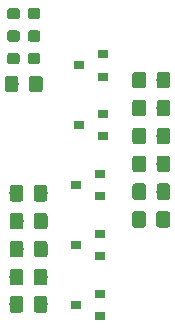
<source format=gbr>
G04 #@! TF.GenerationSoftware,KiCad,Pcbnew,(5.0.2)-1*
G04 #@! TF.CreationDate,2019-06-21T14:31:00+05:30*
G04 #@! TF.ProjectId,CapacityOfBattery,43617061-6369-4747-994f-664261747465,rev?*
G04 #@! TF.SameCoordinates,Original*
G04 #@! TF.FileFunction,Paste,Top*
G04 #@! TF.FilePolarity,Positive*
%FSLAX46Y46*%
G04 Gerber Fmt 4.6, Leading zero omitted, Abs format (unit mm)*
G04 Created by KiCad (PCBNEW (5.0.2)-1) date 06/21/19 14:31:00*
%MOMM*%
%LPD*%
G01*
G04 APERTURE LIST*
%ADD10C,0.100000*%
%ADD11C,1.150000*%
%ADD12R,0.900000X0.800000*%
%ADD13C,0.950000*%
G04 APERTURE END LIST*
D10*
G04 #@! TO.C,RL4*
G36*
X23654505Y-44261204D02*
X23678773Y-44264804D01*
X23702572Y-44270765D01*
X23725671Y-44279030D01*
X23747850Y-44289520D01*
X23768893Y-44302132D01*
X23788599Y-44316747D01*
X23806777Y-44333223D01*
X23823253Y-44351401D01*
X23837868Y-44371107D01*
X23850480Y-44392150D01*
X23860970Y-44414329D01*
X23869235Y-44437428D01*
X23875196Y-44461227D01*
X23878796Y-44485495D01*
X23880000Y-44509999D01*
X23880000Y-45410001D01*
X23878796Y-45434505D01*
X23875196Y-45458773D01*
X23869235Y-45482572D01*
X23860970Y-45505671D01*
X23850480Y-45527850D01*
X23837868Y-45548893D01*
X23823253Y-45568599D01*
X23806777Y-45586777D01*
X23788599Y-45603253D01*
X23768893Y-45617868D01*
X23747850Y-45630480D01*
X23725671Y-45640970D01*
X23702572Y-45649235D01*
X23678773Y-45655196D01*
X23654505Y-45658796D01*
X23630001Y-45660000D01*
X22979999Y-45660000D01*
X22955495Y-45658796D01*
X22931227Y-45655196D01*
X22907428Y-45649235D01*
X22884329Y-45640970D01*
X22862150Y-45630480D01*
X22841107Y-45617868D01*
X22821401Y-45603253D01*
X22803223Y-45586777D01*
X22786747Y-45568599D01*
X22772132Y-45548893D01*
X22759520Y-45527850D01*
X22749030Y-45505671D01*
X22740765Y-45482572D01*
X22734804Y-45458773D01*
X22731204Y-45434505D01*
X22730000Y-45410001D01*
X22730000Y-44509999D01*
X22731204Y-44485495D01*
X22734804Y-44461227D01*
X22740765Y-44437428D01*
X22749030Y-44414329D01*
X22759520Y-44392150D01*
X22772132Y-44371107D01*
X22786747Y-44351401D01*
X22803223Y-44333223D01*
X22821401Y-44316747D01*
X22841107Y-44302132D01*
X22862150Y-44289520D01*
X22884329Y-44279030D01*
X22907428Y-44270765D01*
X22931227Y-44264804D01*
X22955495Y-44261204D01*
X22979999Y-44260000D01*
X23630001Y-44260000D01*
X23654505Y-44261204D01*
X23654505Y-44261204D01*
G37*
D11*
X23305000Y-44960000D03*
D10*
G36*
X25704505Y-44261204D02*
X25728773Y-44264804D01*
X25752572Y-44270765D01*
X25775671Y-44279030D01*
X25797850Y-44289520D01*
X25818893Y-44302132D01*
X25838599Y-44316747D01*
X25856777Y-44333223D01*
X25873253Y-44351401D01*
X25887868Y-44371107D01*
X25900480Y-44392150D01*
X25910970Y-44414329D01*
X25919235Y-44437428D01*
X25925196Y-44461227D01*
X25928796Y-44485495D01*
X25930000Y-44509999D01*
X25930000Y-45410001D01*
X25928796Y-45434505D01*
X25925196Y-45458773D01*
X25919235Y-45482572D01*
X25910970Y-45505671D01*
X25900480Y-45527850D01*
X25887868Y-45548893D01*
X25873253Y-45568599D01*
X25856777Y-45586777D01*
X25838599Y-45603253D01*
X25818893Y-45617868D01*
X25797850Y-45630480D01*
X25775671Y-45640970D01*
X25752572Y-45649235D01*
X25728773Y-45655196D01*
X25704505Y-45658796D01*
X25680001Y-45660000D01*
X25029999Y-45660000D01*
X25005495Y-45658796D01*
X24981227Y-45655196D01*
X24957428Y-45649235D01*
X24934329Y-45640970D01*
X24912150Y-45630480D01*
X24891107Y-45617868D01*
X24871401Y-45603253D01*
X24853223Y-45586777D01*
X24836747Y-45568599D01*
X24822132Y-45548893D01*
X24809520Y-45527850D01*
X24799030Y-45505671D01*
X24790765Y-45482572D01*
X24784804Y-45458773D01*
X24781204Y-45434505D01*
X24780000Y-45410001D01*
X24780000Y-44509999D01*
X24781204Y-44485495D01*
X24784804Y-44461227D01*
X24790765Y-44437428D01*
X24799030Y-44414329D01*
X24809520Y-44392150D01*
X24822132Y-44371107D01*
X24836747Y-44351401D01*
X24853223Y-44333223D01*
X24871401Y-44316747D01*
X24891107Y-44302132D01*
X24912150Y-44289520D01*
X24934329Y-44279030D01*
X24957428Y-44270765D01*
X24981227Y-44264804D01*
X25005495Y-44261204D01*
X25029999Y-44260000D01*
X25680001Y-44260000D01*
X25704505Y-44261204D01*
X25704505Y-44261204D01*
G37*
D11*
X25355000Y-44960000D03*
G04 #@! TD*
D10*
G04 #@! TO.C,RL5*
G36*
X25694505Y-41891204D02*
X25718773Y-41894804D01*
X25742572Y-41900765D01*
X25765671Y-41909030D01*
X25787850Y-41919520D01*
X25808893Y-41932132D01*
X25828599Y-41946747D01*
X25846777Y-41963223D01*
X25863253Y-41981401D01*
X25877868Y-42001107D01*
X25890480Y-42022150D01*
X25900970Y-42044329D01*
X25909235Y-42067428D01*
X25915196Y-42091227D01*
X25918796Y-42115495D01*
X25920000Y-42139999D01*
X25920000Y-43040001D01*
X25918796Y-43064505D01*
X25915196Y-43088773D01*
X25909235Y-43112572D01*
X25900970Y-43135671D01*
X25890480Y-43157850D01*
X25877868Y-43178893D01*
X25863253Y-43198599D01*
X25846777Y-43216777D01*
X25828599Y-43233253D01*
X25808893Y-43247868D01*
X25787850Y-43260480D01*
X25765671Y-43270970D01*
X25742572Y-43279235D01*
X25718773Y-43285196D01*
X25694505Y-43288796D01*
X25670001Y-43290000D01*
X25019999Y-43290000D01*
X24995495Y-43288796D01*
X24971227Y-43285196D01*
X24947428Y-43279235D01*
X24924329Y-43270970D01*
X24902150Y-43260480D01*
X24881107Y-43247868D01*
X24861401Y-43233253D01*
X24843223Y-43216777D01*
X24826747Y-43198599D01*
X24812132Y-43178893D01*
X24799520Y-43157850D01*
X24789030Y-43135671D01*
X24780765Y-43112572D01*
X24774804Y-43088773D01*
X24771204Y-43064505D01*
X24770000Y-43040001D01*
X24770000Y-42139999D01*
X24771204Y-42115495D01*
X24774804Y-42091227D01*
X24780765Y-42067428D01*
X24789030Y-42044329D01*
X24799520Y-42022150D01*
X24812132Y-42001107D01*
X24826747Y-41981401D01*
X24843223Y-41963223D01*
X24861401Y-41946747D01*
X24881107Y-41932132D01*
X24902150Y-41919520D01*
X24924329Y-41909030D01*
X24947428Y-41900765D01*
X24971227Y-41894804D01*
X24995495Y-41891204D01*
X25019999Y-41890000D01*
X25670001Y-41890000D01*
X25694505Y-41891204D01*
X25694505Y-41891204D01*
G37*
D11*
X25345000Y-42590000D03*
D10*
G36*
X23644505Y-41891204D02*
X23668773Y-41894804D01*
X23692572Y-41900765D01*
X23715671Y-41909030D01*
X23737850Y-41919520D01*
X23758893Y-41932132D01*
X23778599Y-41946747D01*
X23796777Y-41963223D01*
X23813253Y-41981401D01*
X23827868Y-42001107D01*
X23840480Y-42022150D01*
X23850970Y-42044329D01*
X23859235Y-42067428D01*
X23865196Y-42091227D01*
X23868796Y-42115495D01*
X23870000Y-42139999D01*
X23870000Y-43040001D01*
X23868796Y-43064505D01*
X23865196Y-43088773D01*
X23859235Y-43112572D01*
X23850970Y-43135671D01*
X23840480Y-43157850D01*
X23827868Y-43178893D01*
X23813253Y-43198599D01*
X23796777Y-43216777D01*
X23778599Y-43233253D01*
X23758893Y-43247868D01*
X23737850Y-43260480D01*
X23715671Y-43270970D01*
X23692572Y-43279235D01*
X23668773Y-43285196D01*
X23644505Y-43288796D01*
X23620001Y-43290000D01*
X22969999Y-43290000D01*
X22945495Y-43288796D01*
X22921227Y-43285196D01*
X22897428Y-43279235D01*
X22874329Y-43270970D01*
X22852150Y-43260480D01*
X22831107Y-43247868D01*
X22811401Y-43233253D01*
X22793223Y-43216777D01*
X22776747Y-43198599D01*
X22762132Y-43178893D01*
X22749520Y-43157850D01*
X22739030Y-43135671D01*
X22730765Y-43112572D01*
X22724804Y-43088773D01*
X22721204Y-43064505D01*
X22720000Y-43040001D01*
X22720000Y-42139999D01*
X22721204Y-42115495D01*
X22724804Y-42091227D01*
X22730765Y-42067428D01*
X22739030Y-42044329D01*
X22749520Y-42022150D01*
X22762132Y-42001107D01*
X22776747Y-41981401D01*
X22793223Y-41963223D01*
X22811401Y-41946747D01*
X22831107Y-41932132D01*
X22852150Y-41919520D01*
X22874329Y-41909030D01*
X22897428Y-41900765D01*
X22921227Y-41894804D01*
X22945495Y-41891204D01*
X22969999Y-41890000D01*
X23620001Y-41890000D01*
X23644505Y-41891204D01*
X23644505Y-41891204D01*
G37*
D11*
X23295000Y-42590000D03*
G04 #@! TD*
D12*
G04 #@! TO.C,Q3*
X30350000Y-42860000D03*
X30350000Y-40960000D03*
X28350000Y-41910000D03*
G04 #@! TD*
D10*
G04 #@! TO.C,R6*
G36*
X36084505Y-32321204D02*
X36108773Y-32324804D01*
X36132572Y-32330765D01*
X36155671Y-32339030D01*
X36177850Y-32349520D01*
X36198893Y-32362132D01*
X36218599Y-32376747D01*
X36236777Y-32393223D01*
X36253253Y-32411401D01*
X36267868Y-32431107D01*
X36280480Y-32452150D01*
X36290970Y-32474329D01*
X36299235Y-32497428D01*
X36305196Y-32521227D01*
X36308796Y-32545495D01*
X36310000Y-32569999D01*
X36310000Y-33470001D01*
X36308796Y-33494505D01*
X36305196Y-33518773D01*
X36299235Y-33542572D01*
X36290970Y-33565671D01*
X36280480Y-33587850D01*
X36267868Y-33608893D01*
X36253253Y-33628599D01*
X36236777Y-33646777D01*
X36218599Y-33663253D01*
X36198893Y-33677868D01*
X36177850Y-33690480D01*
X36155671Y-33700970D01*
X36132572Y-33709235D01*
X36108773Y-33715196D01*
X36084505Y-33718796D01*
X36060001Y-33720000D01*
X35409999Y-33720000D01*
X35385495Y-33718796D01*
X35361227Y-33715196D01*
X35337428Y-33709235D01*
X35314329Y-33700970D01*
X35292150Y-33690480D01*
X35271107Y-33677868D01*
X35251401Y-33663253D01*
X35233223Y-33646777D01*
X35216747Y-33628599D01*
X35202132Y-33608893D01*
X35189520Y-33587850D01*
X35179030Y-33565671D01*
X35170765Y-33542572D01*
X35164804Y-33518773D01*
X35161204Y-33494505D01*
X35160000Y-33470001D01*
X35160000Y-32569999D01*
X35161204Y-32545495D01*
X35164804Y-32521227D01*
X35170765Y-32497428D01*
X35179030Y-32474329D01*
X35189520Y-32452150D01*
X35202132Y-32431107D01*
X35216747Y-32411401D01*
X35233223Y-32393223D01*
X35251401Y-32376747D01*
X35271107Y-32362132D01*
X35292150Y-32349520D01*
X35314329Y-32339030D01*
X35337428Y-32330765D01*
X35361227Y-32324804D01*
X35385495Y-32321204D01*
X35409999Y-32320000D01*
X36060001Y-32320000D01*
X36084505Y-32321204D01*
X36084505Y-32321204D01*
G37*
D11*
X35735000Y-33020000D03*
D10*
G36*
X34034505Y-32321204D02*
X34058773Y-32324804D01*
X34082572Y-32330765D01*
X34105671Y-32339030D01*
X34127850Y-32349520D01*
X34148893Y-32362132D01*
X34168599Y-32376747D01*
X34186777Y-32393223D01*
X34203253Y-32411401D01*
X34217868Y-32431107D01*
X34230480Y-32452150D01*
X34240970Y-32474329D01*
X34249235Y-32497428D01*
X34255196Y-32521227D01*
X34258796Y-32545495D01*
X34260000Y-32569999D01*
X34260000Y-33470001D01*
X34258796Y-33494505D01*
X34255196Y-33518773D01*
X34249235Y-33542572D01*
X34240970Y-33565671D01*
X34230480Y-33587850D01*
X34217868Y-33608893D01*
X34203253Y-33628599D01*
X34186777Y-33646777D01*
X34168599Y-33663253D01*
X34148893Y-33677868D01*
X34127850Y-33690480D01*
X34105671Y-33700970D01*
X34082572Y-33709235D01*
X34058773Y-33715196D01*
X34034505Y-33718796D01*
X34010001Y-33720000D01*
X33359999Y-33720000D01*
X33335495Y-33718796D01*
X33311227Y-33715196D01*
X33287428Y-33709235D01*
X33264329Y-33700970D01*
X33242150Y-33690480D01*
X33221107Y-33677868D01*
X33201401Y-33663253D01*
X33183223Y-33646777D01*
X33166747Y-33628599D01*
X33152132Y-33608893D01*
X33139520Y-33587850D01*
X33129030Y-33565671D01*
X33120765Y-33542572D01*
X33114804Y-33518773D01*
X33111204Y-33494505D01*
X33110000Y-33470001D01*
X33110000Y-32569999D01*
X33111204Y-32545495D01*
X33114804Y-32521227D01*
X33120765Y-32497428D01*
X33129030Y-32474329D01*
X33139520Y-32452150D01*
X33152132Y-32431107D01*
X33166747Y-32411401D01*
X33183223Y-32393223D01*
X33201401Y-32376747D01*
X33221107Y-32362132D01*
X33242150Y-32349520D01*
X33264329Y-32339030D01*
X33287428Y-32330765D01*
X33311227Y-32324804D01*
X33335495Y-32321204D01*
X33359999Y-32320000D01*
X34010001Y-32320000D01*
X34034505Y-32321204D01*
X34034505Y-32321204D01*
G37*
D11*
X33685000Y-33020000D03*
G04 #@! TD*
D12*
G04 #@! TO.C,Q1*
X30350000Y-53020000D03*
X30350000Y-51120000D03*
X28350000Y-52070000D03*
G04 #@! TD*
G04 #@! TO.C,Q2*
X28350000Y-46990000D03*
X30350000Y-46040000D03*
X30350000Y-47940000D03*
G04 #@! TD*
G04 #@! TO.C,Q4*
X28630000Y-36830000D03*
X30630000Y-35880000D03*
X30630000Y-37780000D03*
G04 #@! TD*
D10*
G04 #@! TO.C,R1*
G36*
X36074505Y-44101204D02*
X36098773Y-44104804D01*
X36122572Y-44110765D01*
X36145671Y-44119030D01*
X36167850Y-44129520D01*
X36188893Y-44142132D01*
X36208599Y-44156747D01*
X36226777Y-44173223D01*
X36243253Y-44191401D01*
X36257868Y-44211107D01*
X36270480Y-44232150D01*
X36280970Y-44254329D01*
X36289235Y-44277428D01*
X36295196Y-44301227D01*
X36298796Y-44325495D01*
X36300000Y-44349999D01*
X36300000Y-45250001D01*
X36298796Y-45274505D01*
X36295196Y-45298773D01*
X36289235Y-45322572D01*
X36280970Y-45345671D01*
X36270480Y-45367850D01*
X36257868Y-45388893D01*
X36243253Y-45408599D01*
X36226777Y-45426777D01*
X36208599Y-45443253D01*
X36188893Y-45457868D01*
X36167850Y-45470480D01*
X36145671Y-45480970D01*
X36122572Y-45489235D01*
X36098773Y-45495196D01*
X36074505Y-45498796D01*
X36050001Y-45500000D01*
X35399999Y-45500000D01*
X35375495Y-45498796D01*
X35351227Y-45495196D01*
X35327428Y-45489235D01*
X35304329Y-45480970D01*
X35282150Y-45470480D01*
X35261107Y-45457868D01*
X35241401Y-45443253D01*
X35223223Y-45426777D01*
X35206747Y-45408599D01*
X35192132Y-45388893D01*
X35179520Y-45367850D01*
X35169030Y-45345671D01*
X35160765Y-45322572D01*
X35154804Y-45298773D01*
X35151204Y-45274505D01*
X35150000Y-45250001D01*
X35150000Y-44349999D01*
X35151204Y-44325495D01*
X35154804Y-44301227D01*
X35160765Y-44277428D01*
X35169030Y-44254329D01*
X35179520Y-44232150D01*
X35192132Y-44211107D01*
X35206747Y-44191401D01*
X35223223Y-44173223D01*
X35241401Y-44156747D01*
X35261107Y-44142132D01*
X35282150Y-44129520D01*
X35304329Y-44119030D01*
X35327428Y-44110765D01*
X35351227Y-44104804D01*
X35375495Y-44101204D01*
X35399999Y-44100000D01*
X36050001Y-44100000D01*
X36074505Y-44101204D01*
X36074505Y-44101204D01*
G37*
D11*
X35725000Y-44800000D03*
D10*
G36*
X34024505Y-44101204D02*
X34048773Y-44104804D01*
X34072572Y-44110765D01*
X34095671Y-44119030D01*
X34117850Y-44129520D01*
X34138893Y-44142132D01*
X34158599Y-44156747D01*
X34176777Y-44173223D01*
X34193253Y-44191401D01*
X34207868Y-44211107D01*
X34220480Y-44232150D01*
X34230970Y-44254329D01*
X34239235Y-44277428D01*
X34245196Y-44301227D01*
X34248796Y-44325495D01*
X34250000Y-44349999D01*
X34250000Y-45250001D01*
X34248796Y-45274505D01*
X34245196Y-45298773D01*
X34239235Y-45322572D01*
X34230970Y-45345671D01*
X34220480Y-45367850D01*
X34207868Y-45388893D01*
X34193253Y-45408599D01*
X34176777Y-45426777D01*
X34158599Y-45443253D01*
X34138893Y-45457868D01*
X34117850Y-45470480D01*
X34095671Y-45480970D01*
X34072572Y-45489235D01*
X34048773Y-45495196D01*
X34024505Y-45498796D01*
X34000001Y-45500000D01*
X33349999Y-45500000D01*
X33325495Y-45498796D01*
X33301227Y-45495196D01*
X33277428Y-45489235D01*
X33254329Y-45480970D01*
X33232150Y-45470480D01*
X33211107Y-45457868D01*
X33191401Y-45443253D01*
X33173223Y-45426777D01*
X33156747Y-45408599D01*
X33142132Y-45388893D01*
X33129520Y-45367850D01*
X33119030Y-45345671D01*
X33110765Y-45322572D01*
X33104804Y-45298773D01*
X33101204Y-45274505D01*
X33100000Y-45250001D01*
X33100000Y-44349999D01*
X33101204Y-44325495D01*
X33104804Y-44301227D01*
X33110765Y-44277428D01*
X33119030Y-44254329D01*
X33129520Y-44232150D01*
X33142132Y-44211107D01*
X33156747Y-44191401D01*
X33173223Y-44173223D01*
X33191401Y-44156747D01*
X33211107Y-44142132D01*
X33232150Y-44129520D01*
X33254329Y-44119030D01*
X33277428Y-44110765D01*
X33301227Y-44104804D01*
X33325495Y-44101204D01*
X33349999Y-44100000D01*
X34000001Y-44100000D01*
X34024505Y-44101204D01*
X34024505Y-44101204D01*
G37*
D11*
X33675000Y-44800000D03*
G04 #@! TD*
D10*
G04 #@! TO.C,R3*
G36*
X34034505Y-41761204D02*
X34058773Y-41764804D01*
X34082572Y-41770765D01*
X34105671Y-41779030D01*
X34127850Y-41789520D01*
X34148893Y-41802132D01*
X34168599Y-41816747D01*
X34186777Y-41833223D01*
X34203253Y-41851401D01*
X34217868Y-41871107D01*
X34230480Y-41892150D01*
X34240970Y-41914329D01*
X34249235Y-41937428D01*
X34255196Y-41961227D01*
X34258796Y-41985495D01*
X34260000Y-42009999D01*
X34260000Y-42910001D01*
X34258796Y-42934505D01*
X34255196Y-42958773D01*
X34249235Y-42982572D01*
X34240970Y-43005671D01*
X34230480Y-43027850D01*
X34217868Y-43048893D01*
X34203253Y-43068599D01*
X34186777Y-43086777D01*
X34168599Y-43103253D01*
X34148893Y-43117868D01*
X34127850Y-43130480D01*
X34105671Y-43140970D01*
X34082572Y-43149235D01*
X34058773Y-43155196D01*
X34034505Y-43158796D01*
X34010001Y-43160000D01*
X33359999Y-43160000D01*
X33335495Y-43158796D01*
X33311227Y-43155196D01*
X33287428Y-43149235D01*
X33264329Y-43140970D01*
X33242150Y-43130480D01*
X33221107Y-43117868D01*
X33201401Y-43103253D01*
X33183223Y-43086777D01*
X33166747Y-43068599D01*
X33152132Y-43048893D01*
X33139520Y-43027850D01*
X33129030Y-43005671D01*
X33120765Y-42982572D01*
X33114804Y-42958773D01*
X33111204Y-42934505D01*
X33110000Y-42910001D01*
X33110000Y-42009999D01*
X33111204Y-41985495D01*
X33114804Y-41961227D01*
X33120765Y-41937428D01*
X33129030Y-41914329D01*
X33139520Y-41892150D01*
X33152132Y-41871107D01*
X33166747Y-41851401D01*
X33183223Y-41833223D01*
X33201401Y-41816747D01*
X33221107Y-41802132D01*
X33242150Y-41789520D01*
X33264329Y-41779030D01*
X33287428Y-41770765D01*
X33311227Y-41764804D01*
X33335495Y-41761204D01*
X33359999Y-41760000D01*
X34010001Y-41760000D01*
X34034505Y-41761204D01*
X34034505Y-41761204D01*
G37*
D11*
X33685000Y-42460000D03*
D10*
G36*
X36084505Y-41761204D02*
X36108773Y-41764804D01*
X36132572Y-41770765D01*
X36155671Y-41779030D01*
X36177850Y-41789520D01*
X36198893Y-41802132D01*
X36218599Y-41816747D01*
X36236777Y-41833223D01*
X36253253Y-41851401D01*
X36267868Y-41871107D01*
X36280480Y-41892150D01*
X36290970Y-41914329D01*
X36299235Y-41937428D01*
X36305196Y-41961227D01*
X36308796Y-41985495D01*
X36310000Y-42009999D01*
X36310000Y-42910001D01*
X36308796Y-42934505D01*
X36305196Y-42958773D01*
X36299235Y-42982572D01*
X36290970Y-43005671D01*
X36280480Y-43027850D01*
X36267868Y-43048893D01*
X36253253Y-43068599D01*
X36236777Y-43086777D01*
X36218599Y-43103253D01*
X36198893Y-43117868D01*
X36177850Y-43130480D01*
X36155671Y-43140970D01*
X36132572Y-43149235D01*
X36108773Y-43155196D01*
X36084505Y-43158796D01*
X36060001Y-43160000D01*
X35409999Y-43160000D01*
X35385495Y-43158796D01*
X35361227Y-43155196D01*
X35337428Y-43149235D01*
X35314329Y-43140970D01*
X35292150Y-43130480D01*
X35271107Y-43117868D01*
X35251401Y-43103253D01*
X35233223Y-43086777D01*
X35216747Y-43068599D01*
X35202132Y-43048893D01*
X35189520Y-43027850D01*
X35179030Y-43005671D01*
X35170765Y-42982572D01*
X35164804Y-42958773D01*
X35161204Y-42934505D01*
X35160000Y-42910001D01*
X35160000Y-42009999D01*
X35161204Y-41985495D01*
X35164804Y-41961227D01*
X35170765Y-41937428D01*
X35179030Y-41914329D01*
X35189520Y-41892150D01*
X35202132Y-41871107D01*
X35216747Y-41851401D01*
X35233223Y-41833223D01*
X35251401Y-41816747D01*
X35271107Y-41802132D01*
X35292150Y-41789520D01*
X35314329Y-41779030D01*
X35337428Y-41770765D01*
X35361227Y-41764804D01*
X35385495Y-41761204D01*
X35409999Y-41760000D01*
X36060001Y-41760000D01*
X36084505Y-41761204D01*
X36084505Y-41761204D01*
G37*
D11*
X35735000Y-42460000D03*
G04 #@! TD*
D10*
G04 #@! TO.C,R4*
G36*
X36084505Y-39401204D02*
X36108773Y-39404804D01*
X36132572Y-39410765D01*
X36155671Y-39419030D01*
X36177850Y-39429520D01*
X36198893Y-39442132D01*
X36218599Y-39456747D01*
X36236777Y-39473223D01*
X36253253Y-39491401D01*
X36267868Y-39511107D01*
X36280480Y-39532150D01*
X36290970Y-39554329D01*
X36299235Y-39577428D01*
X36305196Y-39601227D01*
X36308796Y-39625495D01*
X36310000Y-39649999D01*
X36310000Y-40550001D01*
X36308796Y-40574505D01*
X36305196Y-40598773D01*
X36299235Y-40622572D01*
X36290970Y-40645671D01*
X36280480Y-40667850D01*
X36267868Y-40688893D01*
X36253253Y-40708599D01*
X36236777Y-40726777D01*
X36218599Y-40743253D01*
X36198893Y-40757868D01*
X36177850Y-40770480D01*
X36155671Y-40780970D01*
X36132572Y-40789235D01*
X36108773Y-40795196D01*
X36084505Y-40798796D01*
X36060001Y-40800000D01*
X35409999Y-40800000D01*
X35385495Y-40798796D01*
X35361227Y-40795196D01*
X35337428Y-40789235D01*
X35314329Y-40780970D01*
X35292150Y-40770480D01*
X35271107Y-40757868D01*
X35251401Y-40743253D01*
X35233223Y-40726777D01*
X35216747Y-40708599D01*
X35202132Y-40688893D01*
X35189520Y-40667850D01*
X35179030Y-40645671D01*
X35170765Y-40622572D01*
X35164804Y-40598773D01*
X35161204Y-40574505D01*
X35160000Y-40550001D01*
X35160000Y-39649999D01*
X35161204Y-39625495D01*
X35164804Y-39601227D01*
X35170765Y-39577428D01*
X35179030Y-39554329D01*
X35189520Y-39532150D01*
X35202132Y-39511107D01*
X35216747Y-39491401D01*
X35233223Y-39473223D01*
X35251401Y-39456747D01*
X35271107Y-39442132D01*
X35292150Y-39429520D01*
X35314329Y-39419030D01*
X35337428Y-39410765D01*
X35361227Y-39404804D01*
X35385495Y-39401204D01*
X35409999Y-39400000D01*
X36060001Y-39400000D01*
X36084505Y-39401204D01*
X36084505Y-39401204D01*
G37*
D11*
X35735000Y-40100000D03*
D10*
G36*
X34034505Y-39401204D02*
X34058773Y-39404804D01*
X34082572Y-39410765D01*
X34105671Y-39419030D01*
X34127850Y-39429520D01*
X34148893Y-39442132D01*
X34168599Y-39456747D01*
X34186777Y-39473223D01*
X34203253Y-39491401D01*
X34217868Y-39511107D01*
X34230480Y-39532150D01*
X34240970Y-39554329D01*
X34249235Y-39577428D01*
X34255196Y-39601227D01*
X34258796Y-39625495D01*
X34260000Y-39649999D01*
X34260000Y-40550001D01*
X34258796Y-40574505D01*
X34255196Y-40598773D01*
X34249235Y-40622572D01*
X34240970Y-40645671D01*
X34230480Y-40667850D01*
X34217868Y-40688893D01*
X34203253Y-40708599D01*
X34186777Y-40726777D01*
X34168599Y-40743253D01*
X34148893Y-40757868D01*
X34127850Y-40770480D01*
X34105671Y-40780970D01*
X34082572Y-40789235D01*
X34058773Y-40795196D01*
X34034505Y-40798796D01*
X34010001Y-40800000D01*
X33359999Y-40800000D01*
X33335495Y-40798796D01*
X33311227Y-40795196D01*
X33287428Y-40789235D01*
X33264329Y-40780970D01*
X33242150Y-40770480D01*
X33221107Y-40757868D01*
X33201401Y-40743253D01*
X33183223Y-40726777D01*
X33166747Y-40708599D01*
X33152132Y-40688893D01*
X33139520Y-40667850D01*
X33129030Y-40645671D01*
X33120765Y-40622572D01*
X33114804Y-40598773D01*
X33111204Y-40574505D01*
X33110000Y-40550001D01*
X33110000Y-39649999D01*
X33111204Y-39625495D01*
X33114804Y-39601227D01*
X33120765Y-39577428D01*
X33129030Y-39554329D01*
X33139520Y-39532150D01*
X33152132Y-39511107D01*
X33166747Y-39491401D01*
X33183223Y-39473223D01*
X33201401Y-39456747D01*
X33221107Y-39442132D01*
X33242150Y-39429520D01*
X33264329Y-39419030D01*
X33287428Y-39410765D01*
X33311227Y-39404804D01*
X33335495Y-39401204D01*
X33359999Y-39400000D01*
X34010001Y-39400000D01*
X34034505Y-39401204D01*
X34034505Y-39401204D01*
G37*
D11*
X33685000Y-40100000D03*
G04 #@! TD*
D10*
G04 #@! TO.C,R5*
G36*
X34034505Y-37041204D02*
X34058773Y-37044804D01*
X34082572Y-37050765D01*
X34105671Y-37059030D01*
X34127850Y-37069520D01*
X34148893Y-37082132D01*
X34168599Y-37096747D01*
X34186777Y-37113223D01*
X34203253Y-37131401D01*
X34217868Y-37151107D01*
X34230480Y-37172150D01*
X34240970Y-37194329D01*
X34249235Y-37217428D01*
X34255196Y-37241227D01*
X34258796Y-37265495D01*
X34260000Y-37289999D01*
X34260000Y-38190001D01*
X34258796Y-38214505D01*
X34255196Y-38238773D01*
X34249235Y-38262572D01*
X34240970Y-38285671D01*
X34230480Y-38307850D01*
X34217868Y-38328893D01*
X34203253Y-38348599D01*
X34186777Y-38366777D01*
X34168599Y-38383253D01*
X34148893Y-38397868D01*
X34127850Y-38410480D01*
X34105671Y-38420970D01*
X34082572Y-38429235D01*
X34058773Y-38435196D01*
X34034505Y-38438796D01*
X34010001Y-38440000D01*
X33359999Y-38440000D01*
X33335495Y-38438796D01*
X33311227Y-38435196D01*
X33287428Y-38429235D01*
X33264329Y-38420970D01*
X33242150Y-38410480D01*
X33221107Y-38397868D01*
X33201401Y-38383253D01*
X33183223Y-38366777D01*
X33166747Y-38348599D01*
X33152132Y-38328893D01*
X33139520Y-38307850D01*
X33129030Y-38285671D01*
X33120765Y-38262572D01*
X33114804Y-38238773D01*
X33111204Y-38214505D01*
X33110000Y-38190001D01*
X33110000Y-37289999D01*
X33111204Y-37265495D01*
X33114804Y-37241227D01*
X33120765Y-37217428D01*
X33129030Y-37194329D01*
X33139520Y-37172150D01*
X33152132Y-37151107D01*
X33166747Y-37131401D01*
X33183223Y-37113223D01*
X33201401Y-37096747D01*
X33221107Y-37082132D01*
X33242150Y-37069520D01*
X33264329Y-37059030D01*
X33287428Y-37050765D01*
X33311227Y-37044804D01*
X33335495Y-37041204D01*
X33359999Y-37040000D01*
X34010001Y-37040000D01*
X34034505Y-37041204D01*
X34034505Y-37041204D01*
G37*
D11*
X33685000Y-37740000D03*
D10*
G36*
X36084505Y-37041204D02*
X36108773Y-37044804D01*
X36132572Y-37050765D01*
X36155671Y-37059030D01*
X36177850Y-37069520D01*
X36198893Y-37082132D01*
X36218599Y-37096747D01*
X36236777Y-37113223D01*
X36253253Y-37131401D01*
X36267868Y-37151107D01*
X36280480Y-37172150D01*
X36290970Y-37194329D01*
X36299235Y-37217428D01*
X36305196Y-37241227D01*
X36308796Y-37265495D01*
X36310000Y-37289999D01*
X36310000Y-38190001D01*
X36308796Y-38214505D01*
X36305196Y-38238773D01*
X36299235Y-38262572D01*
X36290970Y-38285671D01*
X36280480Y-38307850D01*
X36267868Y-38328893D01*
X36253253Y-38348599D01*
X36236777Y-38366777D01*
X36218599Y-38383253D01*
X36198893Y-38397868D01*
X36177850Y-38410480D01*
X36155671Y-38420970D01*
X36132572Y-38429235D01*
X36108773Y-38435196D01*
X36084505Y-38438796D01*
X36060001Y-38440000D01*
X35409999Y-38440000D01*
X35385495Y-38438796D01*
X35361227Y-38435196D01*
X35337428Y-38429235D01*
X35314329Y-38420970D01*
X35292150Y-38410480D01*
X35271107Y-38397868D01*
X35251401Y-38383253D01*
X35233223Y-38366777D01*
X35216747Y-38348599D01*
X35202132Y-38328893D01*
X35189520Y-38307850D01*
X35179030Y-38285671D01*
X35170765Y-38262572D01*
X35164804Y-38238773D01*
X35161204Y-38214505D01*
X35160000Y-38190001D01*
X35160000Y-37289999D01*
X35161204Y-37265495D01*
X35164804Y-37241227D01*
X35170765Y-37217428D01*
X35179030Y-37194329D01*
X35189520Y-37172150D01*
X35202132Y-37151107D01*
X35216747Y-37131401D01*
X35233223Y-37113223D01*
X35251401Y-37096747D01*
X35271107Y-37082132D01*
X35292150Y-37069520D01*
X35314329Y-37059030D01*
X35337428Y-37050765D01*
X35361227Y-37044804D01*
X35385495Y-37041204D01*
X35409999Y-37040000D01*
X36060001Y-37040000D01*
X36084505Y-37041204D01*
X36084505Y-37041204D01*
G37*
D11*
X35735000Y-37740000D03*
G04 #@! TD*
D10*
G04 #@! TO.C,RL1*
G36*
X25694505Y-51301204D02*
X25718773Y-51304804D01*
X25742572Y-51310765D01*
X25765671Y-51319030D01*
X25787850Y-51329520D01*
X25808893Y-51342132D01*
X25828599Y-51356747D01*
X25846777Y-51373223D01*
X25863253Y-51391401D01*
X25877868Y-51411107D01*
X25890480Y-51432150D01*
X25900970Y-51454329D01*
X25909235Y-51477428D01*
X25915196Y-51501227D01*
X25918796Y-51525495D01*
X25920000Y-51549999D01*
X25920000Y-52450001D01*
X25918796Y-52474505D01*
X25915196Y-52498773D01*
X25909235Y-52522572D01*
X25900970Y-52545671D01*
X25890480Y-52567850D01*
X25877868Y-52588893D01*
X25863253Y-52608599D01*
X25846777Y-52626777D01*
X25828599Y-52643253D01*
X25808893Y-52657868D01*
X25787850Y-52670480D01*
X25765671Y-52680970D01*
X25742572Y-52689235D01*
X25718773Y-52695196D01*
X25694505Y-52698796D01*
X25670001Y-52700000D01*
X25019999Y-52700000D01*
X24995495Y-52698796D01*
X24971227Y-52695196D01*
X24947428Y-52689235D01*
X24924329Y-52680970D01*
X24902150Y-52670480D01*
X24881107Y-52657868D01*
X24861401Y-52643253D01*
X24843223Y-52626777D01*
X24826747Y-52608599D01*
X24812132Y-52588893D01*
X24799520Y-52567850D01*
X24789030Y-52545671D01*
X24780765Y-52522572D01*
X24774804Y-52498773D01*
X24771204Y-52474505D01*
X24770000Y-52450001D01*
X24770000Y-51549999D01*
X24771204Y-51525495D01*
X24774804Y-51501227D01*
X24780765Y-51477428D01*
X24789030Y-51454329D01*
X24799520Y-51432150D01*
X24812132Y-51411107D01*
X24826747Y-51391401D01*
X24843223Y-51373223D01*
X24861401Y-51356747D01*
X24881107Y-51342132D01*
X24902150Y-51329520D01*
X24924329Y-51319030D01*
X24947428Y-51310765D01*
X24971227Y-51304804D01*
X24995495Y-51301204D01*
X25019999Y-51300000D01*
X25670001Y-51300000D01*
X25694505Y-51301204D01*
X25694505Y-51301204D01*
G37*
D11*
X25345000Y-52000000D03*
D10*
G36*
X23644505Y-51301204D02*
X23668773Y-51304804D01*
X23692572Y-51310765D01*
X23715671Y-51319030D01*
X23737850Y-51329520D01*
X23758893Y-51342132D01*
X23778599Y-51356747D01*
X23796777Y-51373223D01*
X23813253Y-51391401D01*
X23827868Y-51411107D01*
X23840480Y-51432150D01*
X23850970Y-51454329D01*
X23859235Y-51477428D01*
X23865196Y-51501227D01*
X23868796Y-51525495D01*
X23870000Y-51549999D01*
X23870000Y-52450001D01*
X23868796Y-52474505D01*
X23865196Y-52498773D01*
X23859235Y-52522572D01*
X23850970Y-52545671D01*
X23840480Y-52567850D01*
X23827868Y-52588893D01*
X23813253Y-52608599D01*
X23796777Y-52626777D01*
X23778599Y-52643253D01*
X23758893Y-52657868D01*
X23737850Y-52670480D01*
X23715671Y-52680970D01*
X23692572Y-52689235D01*
X23668773Y-52695196D01*
X23644505Y-52698796D01*
X23620001Y-52700000D01*
X22969999Y-52700000D01*
X22945495Y-52698796D01*
X22921227Y-52695196D01*
X22897428Y-52689235D01*
X22874329Y-52680970D01*
X22852150Y-52670480D01*
X22831107Y-52657868D01*
X22811401Y-52643253D01*
X22793223Y-52626777D01*
X22776747Y-52608599D01*
X22762132Y-52588893D01*
X22749520Y-52567850D01*
X22739030Y-52545671D01*
X22730765Y-52522572D01*
X22724804Y-52498773D01*
X22721204Y-52474505D01*
X22720000Y-52450001D01*
X22720000Y-51549999D01*
X22721204Y-51525495D01*
X22724804Y-51501227D01*
X22730765Y-51477428D01*
X22739030Y-51454329D01*
X22749520Y-51432150D01*
X22762132Y-51411107D01*
X22776747Y-51391401D01*
X22793223Y-51373223D01*
X22811401Y-51356747D01*
X22831107Y-51342132D01*
X22852150Y-51329520D01*
X22874329Y-51319030D01*
X22897428Y-51310765D01*
X22921227Y-51304804D01*
X22945495Y-51301204D01*
X22969999Y-51300000D01*
X23620001Y-51300000D01*
X23644505Y-51301204D01*
X23644505Y-51301204D01*
G37*
D11*
X23295000Y-52000000D03*
G04 #@! TD*
D10*
G04 #@! TO.C,RL2*
G36*
X23644505Y-49001204D02*
X23668773Y-49004804D01*
X23692572Y-49010765D01*
X23715671Y-49019030D01*
X23737850Y-49029520D01*
X23758893Y-49042132D01*
X23778599Y-49056747D01*
X23796777Y-49073223D01*
X23813253Y-49091401D01*
X23827868Y-49111107D01*
X23840480Y-49132150D01*
X23850970Y-49154329D01*
X23859235Y-49177428D01*
X23865196Y-49201227D01*
X23868796Y-49225495D01*
X23870000Y-49249999D01*
X23870000Y-50150001D01*
X23868796Y-50174505D01*
X23865196Y-50198773D01*
X23859235Y-50222572D01*
X23850970Y-50245671D01*
X23840480Y-50267850D01*
X23827868Y-50288893D01*
X23813253Y-50308599D01*
X23796777Y-50326777D01*
X23778599Y-50343253D01*
X23758893Y-50357868D01*
X23737850Y-50370480D01*
X23715671Y-50380970D01*
X23692572Y-50389235D01*
X23668773Y-50395196D01*
X23644505Y-50398796D01*
X23620001Y-50400000D01*
X22969999Y-50400000D01*
X22945495Y-50398796D01*
X22921227Y-50395196D01*
X22897428Y-50389235D01*
X22874329Y-50380970D01*
X22852150Y-50370480D01*
X22831107Y-50357868D01*
X22811401Y-50343253D01*
X22793223Y-50326777D01*
X22776747Y-50308599D01*
X22762132Y-50288893D01*
X22749520Y-50267850D01*
X22739030Y-50245671D01*
X22730765Y-50222572D01*
X22724804Y-50198773D01*
X22721204Y-50174505D01*
X22720000Y-50150001D01*
X22720000Y-49249999D01*
X22721204Y-49225495D01*
X22724804Y-49201227D01*
X22730765Y-49177428D01*
X22739030Y-49154329D01*
X22749520Y-49132150D01*
X22762132Y-49111107D01*
X22776747Y-49091401D01*
X22793223Y-49073223D01*
X22811401Y-49056747D01*
X22831107Y-49042132D01*
X22852150Y-49029520D01*
X22874329Y-49019030D01*
X22897428Y-49010765D01*
X22921227Y-49004804D01*
X22945495Y-49001204D01*
X22969999Y-49000000D01*
X23620001Y-49000000D01*
X23644505Y-49001204D01*
X23644505Y-49001204D01*
G37*
D11*
X23295000Y-49700000D03*
D10*
G36*
X25694505Y-49001204D02*
X25718773Y-49004804D01*
X25742572Y-49010765D01*
X25765671Y-49019030D01*
X25787850Y-49029520D01*
X25808893Y-49042132D01*
X25828599Y-49056747D01*
X25846777Y-49073223D01*
X25863253Y-49091401D01*
X25877868Y-49111107D01*
X25890480Y-49132150D01*
X25900970Y-49154329D01*
X25909235Y-49177428D01*
X25915196Y-49201227D01*
X25918796Y-49225495D01*
X25920000Y-49249999D01*
X25920000Y-50150001D01*
X25918796Y-50174505D01*
X25915196Y-50198773D01*
X25909235Y-50222572D01*
X25900970Y-50245671D01*
X25890480Y-50267850D01*
X25877868Y-50288893D01*
X25863253Y-50308599D01*
X25846777Y-50326777D01*
X25828599Y-50343253D01*
X25808893Y-50357868D01*
X25787850Y-50370480D01*
X25765671Y-50380970D01*
X25742572Y-50389235D01*
X25718773Y-50395196D01*
X25694505Y-50398796D01*
X25670001Y-50400000D01*
X25019999Y-50400000D01*
X24995495Y-50398796D01*
X24971227Y-50395196D01*
X24947428Y-50389235D01*
X24924329Y-50380970D01*
X24902150Y-50370480D01*
X24881107Y-50357868D01*
X24861401Y-50343253D01*
X24843223Y-50326777D01*
X24826747Y-50308599D01*
X24812132Y-50288893D01*
X24799520Y-50267850D01*
X24789030Y-50245671D01*
X24780765Y-50222572D01*
X24774804Y-50198773D01*
X24771204Y-50174505D01*
X24770000Y-50150001D01*
X24770000Y-49249999D01*
X24771204Y-49225495D01*
X24774804Y-49201227D01*
X24780765Y-49177428D01*
X24789030Y-49154329D01*
X24799520Y-49132150D01*
X24812132Y-49111107D01*
X24826747Y-49091401D01*
X24843223Y-49073223D01*
X24861401Y-49056747D01*
X24881107Y-49042132D01*
X24902150Y-49029520D01*
X24924329Y-49019030D01*
X24947428Y-49010765D01*
X24971227Y-49004804D01*
X24995495Y-49001204D01*
X25019999Y-49000000D01*
X25670001Y-49000000D01*
X25694505Y-49001204D01*
X25694505Y-49001204D01*
G37*
D11*
X25345000Y-49700000D03*
G04 #@! TD*
D10*
G04 #@! TO.C,RL3*
G36*
X25704505Y-46631204D02*
X25728773Y-46634804D01*
X25752572Y-46640765D01*
X25775671Y-46649030D01*
X25797850Y-46659520D01*
X25818893Y-46672132D01*
X25838599Y-46686747D01*
X25856777Y-46703223D01*
X25873253Y-46721401D01*
X25887868Y-46741107D01*
X25900480Y-46762150D01*
X25910970Y-46784329D01*
X25919235Y-46807428D01*
X25925196Y-46831227D01*
X25928796Y-46855495D01*
X25930000Y-46879999D01*
X25930000Y-47780001D01*
X25928796Y-47804505D01*
X25925196Y-47828773D01*
X25919235Y-47852572D01*
X25910970Y-47875671D01*
X25900480Y-47897850D01*
X25887868Y-47918893D01*
X25873253Y-47938599D01*
X25856777Y-47956777D01*
X25838599Y-47973253D01*
X25818893Y-47987868D01*
X25797850Y-48000480D01*
X25775671Y-48010970D01*
X25752572Y-48019235D01*
X25728773Y-48025196D01*
X25704505Y-48028796D01*
X25680001Y-48030000D01*
X25029999Y-48030000D01*
X25005495Y-48028796D01*
X24981227Y-48025196D01*
X24957428Y-48019235D01*
X24934329Y-48010970D01*
X24912150Y-48000480D01*
X24891107Y-47987868D01*
X24871401Y-47973253D01*
X24853223Y-47956777D01*
X24836747Y-47938599D01*
X24822132Y-47918893D01*
X24809520Y-47897850D01*
X24799030Y-47875671D01*
X24790765Y-47852572D01*
X24784804Y-47828773D01*
X24781204Y-47804505D01*
X24780000Y-47780001D01*
X24780000Y-46879999D01*
X24781204Y-46855495D01*
X24784804Y-46831227D01*
X24790765Y-46807428D01*
X24799030Y-46784329D01*
X24809520Y-46762150D01*
X24822132Y-46741107D01*
X24836747Y-46721401D01*
X24853223Y-46703223D01*
X24871401Y-46686747D01*
X24891107Y-46672132D01*
X24912150Y-46659520D01*
X24934329Y-46649030D01*
X24957428Y-46640765D01*
X24981227Y-46634804D01*
X25005495Y-46631204D01*
X25029999Y-46630000D01*
X25680001Y-46630000D01*
X25704505Y-46631204D01*
X25704505Y-46631204D01*
G37*
D11*
X25355000Y-47330000D03*
D10*
G36*
X23654505Y-46631204D02*
X23678773Y-46634804D01*
X23702572Y-46640765D01*
X23725671Y-46649030D01*
X23747850Y-46659520D01*
X23768893Y-46672132D01*
X23788599Y-46686747D01*
X23806777Y-46703223D01*
X23823253Y-46721401D01*
X23837868Y-46741107D01*
X23850480Y-46762150D01*
X23860970Y-46784329D01*
X23869235Y-46807428D01*
X23875196Y-46831227D01*
X23878796Y-46855495D01*
X23880000Y-46879999D01*
X23880000Y-47780001D01*
X23878796Y-47804505D01*
X23875196Y-47828773D01*
X23869235Y-47852572D01*
X23860970Y-47875671D01*
X23850480Y-47897850D01*
X23837868Y-47918893D01*
X23823253Y-47938599D01*
X23806777Y-47956777D01*
X23788599Y-47973253D01*
X23768893Y-47987868D01*
X23747850Y-48000480D01*
X23725671Y-48010970D01*
X23702572Y-48019235D01*
X23678773Y-48025196D01*
X23654505Y-48028796D01*
X23630001Y-48030000D01*
X22979999Y-48030000D01*
X22955495Y-48028796D01*
X22931227Y-48025196D01*
X22907428Y-48019235D01*
X22884329Y-48010970D01*
X22862150Y-48000480D01*
X22841107Y-47987868D01*
X22821401Y-47973253D01*
X22803223Y-47956777D01*
X22786747Y-47938599D01*
X22772132Y-47918893D01*
X22759520Y-47897850D01*
X22749030Y-47875671D01*
X22740765Y-47852572D01*
X22734804Y-47828773D01*
X22731204Y-47804505D01*
X22730000Y-47780001D01*
X22730000Y-46879999D01*
X22731204Y-46855495D01*
X22734804Y-46831227D01*
X22740765Y-46807428D01*
X22749030Y-46784329D01*
X22759520Y-46762150D01*
X22772132Y-46741107D01*
X22786747Y-46721401D01*
X22803223Y-46703223D01*
X22821401Y-46686747D01*
X22841107Y-46672132D01*
X22862150Y-46659520D01*
X22884329Y-46649030D01*
X22907428Y-46640765D01*
X22931227Y-46634804D01*
X22955495Y-46631204D01*
X22979999Y-46630000D01*
X23630001Y-46630000D01*
X23654505Y-46631204D01*
X23654505Y-46631204D01*
G37*
D11*
X23305000Y-47330000D03*
G04 #@! TD*
D10*
G04 #@! TO.C,R2*
G36*
X36084505Y-34681204D02*
X36108773Y-34684804D01*
X36132572Y-34690765D01*
X36155671Y-34699030D01*
X36177850Y-34709520D01*
X36198893Y-34722132D01*
X36218599Y-34736747D01*
X36236777Y-34753223D01*
X36253253Y-34771401D01*
X36267868Y-34791107D01*
X36280480Y-34812150D01*
X36290970Y-34834329D01*
X36299235Y-34857428D01*
X36305196Y-34881227D01*
X36308796Y-34905495D01*
X36310000Y-34929999D01*
X36310000Y-35830001D01*
X36308796Y-35854505D01*
X36305196Y-35878773D01*
X36299235Y-35902572D01*
X36290970Y-35925671D01*
X36280480Y-35947850D01*
X36267868Y-35968893D01*
X36253253Y-35988599D01*
X36236777Y-36006777D01*
X36218599Y-36023253D01*
X36198893Y-36037868D01*
X36177850Y-36050480D01*
X36155671Y-36060970D01*
X36132572Y-36069235D01*
X36108773Y-36075196D01*
X36084505Y-36078796D01*
X36060001Y-36080000D01*
X35409999Y-36080000D01*
X35385495Y-36078796D01*
X35361227Y-36075196D01*
X35337428Y-36069235D01*
X35314329Y-36060970D01*
X35292150Y-36050480D01*
X35271107Y-36037868D01*
X35251401Y-36023253D01*
X35233223Y-36006777D01*
X35216747Y-35988599D01*
X35202132Y-35968893D01*
X35189520Y-35947850D01*
X35179030Y-35925671D01*
X35170765Y-35902572D01*
X35164804Y-35878773D01*
X35161204Y-35854505D01*
X35160000Y-35830001D01*
X35160000Y-34929999D01*
X35161204Y-34905495D01*
X35164804Y-34881227D01*
X35170765Y-34857428D01*
X35179030Y-34834329D01*
X35189520Y-34812150D01*
X35202132Y-34791107D01*
X35216747Y-34771401D01*
X35233223Y-34753223D01*
X35251401Y-34736747D01*
X35271107Y-34722132D01*
X35292150Y-34709520D01*
X35314329Y-34699030D01*
X35337428Y-34690765D01*
X35361227Y-34684804D01*
X35385495Y-34681204D01*
X35409999Y-34680000D01*
X36060001Y-34680000D01*
X36084505Y-34681204D01*
X36084505Y-34681204D01*
G37*
D11*
X35735000Y-35380000D03*
D10*
G36*
X34034505Y-34681204D02*
X34058773Y-34684804D01*
X34082572Y-34690765D01*
X34105671Y-34699030D01*
X34127850Y-34709520D01*
X34148893Y-34722132D01*
X34168599Y-34736747D01*
X34186777Y-34753223D01*
X34203253Y-34771401D01*
X34217868Y-34791107D01*
X34230480Y-34812150D01*
X34240970Y-34834329D01*
X34249235Y-34857428D01*
X34255196Y-34881227D01*
X34258796Y-34905495D01*
X34260000Y-34929999D01*
X34260000Y-35830001D01*
X34258796Y-35854505D01*
X34255196Y-35878773D01*
X34249235Y-35902572D01*
X34240970Y-35925671D01*
X34230480Y-35947850D01*
X34217868Y-35968893D01*
X34203253Y-35988599D01*
X34186777Y-36006777D01*
X34168599Y-36023253D01*
X34148893Y-36037868D01*
X34127850Y-36050480D01*
X34105671Y-36060970D01*
X34082572Y-36069235D01*
X34058773Y-36075196D01*
X34034505Y-36078796D01*
X34010001Y-36080000D01*
X33359999Y-36080000D01*
X33335495Y-36078796D01*
X33311227Y-36075196D01*
X33287428Y-36069235D01*
X33264329Y-36060970D01*
X33242150Y-36050480D01*
X33221107Y-36037868D01*
X33201401Y-36023253D01*
X33183223Y-36006777D01*
X33166747Y-35988599D01*
X33152132Y-35968893D01*
X33139520Y-35947850D01*
X33129030Y-35925671D01*
X33120765Y-35902572D01*
X33114804Y-35878773D01*
X33111204Y-35854505D01*
X33110000Y-35830001D01*
X33110000Y-34929999D01*
X33111204Y-34905495D01*
X33114804Y-34881227D01*
X33120765Y-34857428D01*
X33129030Y-34834329D01*
X33139520Y-34812150D01*
X33152132Y-34791107D01*
X33166747Y-34771401D01*
X33183223Y-34753223D01*
X33201401Y-34736747D01*
X33221107Y-34722132D01*
X33242150Y-34709520D01*
X33264329Y-34699030D01*
X33287428Y-34690765D01*
X33311227Y-34684804D01*
X33335495Y-34681204D01*
X33359999Y-34680000D01*
X34010001Y-34680000D01*
X34034505Y-34681204D01*
X34034505Y-34681204D01*
G37*
D11*
X33685000Y-35380000D03*
G04 #@! TD*
D10*
G04 #@! TO.C,R9*
G36*
X25105779Y-26916144D02*
X25128834Y-26919563D01*
X25151443Y-26925227D01*
X25173387Y-26933079D01*
X25194457Y-26943044D01*
X25214448Y-26955026D01*
X25233168Y-26968910D01*
X25250438Y-26984562D01*
X25266090Y-27001832D01*
X25279974Y-27020552D01*
X25291956Y-27040543D01*
X25301921Y-27061613D01*
X25309773Y-27083557D01*
X25315437Y-27106166D01*
X25318856Y-27129221D01*
X25320000Y-27152500D01*
X25320000Y-27627500D01*
X25318856Y-27650779D01*
X25315437Y-27673834D01*
X25309773Y-27696443D01*
X25301921Y-27718387D01*
X25291956Y-27739457D01*
X25279974Y-27759448D01*
X25266090Y-27778168D01*
X25250438Y-27795438D01*
X25233168Y-27811090D01*
X25214448Y-27824974D01*
X25194457Y-27836956D01*
X25173387Y-27846921D01*
X25151443Y-27854773D01*
X25128834Y-27860437D01*
X25105779Y-27863856D01*
X25082500Y-27865000D01*
X24507500Y-27865000D01*
X24484221Y-27863856D01*
X24461166Y-27860437D01*
X24438557Y-27854773D01*
X24416613Y-27846921D01*
X24395543Y-27836956D01*
X24375552Y-27824974D01*
X24356832Y-27811090D01*
X24339562Y-27795438D01*
X24323910Y-27778168D01*
X24310026Y-27759448D01*
X24298044Y-27739457D01*
X24288079Y-27718387D01*
X24280227Y-27696443D01*
X24274563Y-27673834D01*
X24271144Y-27650779D01*
X24270000Y-27627500D01*
X24270000Y-27152500D01*
X24271144Y-27129221D01*
X24274563Y-27106166D01*
X24280227Y-27083557D01*
X24288079Y-27061613D01*
X24298044Y-27040543D01*
X24310026Y-27020552D01*
X24323910Y-27001832D01*
X24339562Y-26984562D01*
X24356832Y-26968910D01*
X24375552Y-26955026D01*
X24395543Y-26943044D01*
X24416613Y-26933079D01*
X24438557Y-26925227D01*
X24461166Y-26919563D01*
X24484221Y-26916144D01*
X24507500Y-26915000D01*
X25082500Y-26915000D01*
X25105779Y-26916144D01*
X25105779Y-26916144D01*
G37*
D13*
X24795000Y-27390000D03*
D10*
G36*
X23355779Y-26916144D02*
X23378834Y-26919563D01*
X23401443Y-26925227D01*
X23423387Y-26933079D01*
X23444457Y-26943044D01*
X23464448Y-26955026D01*
X23483168Y-26968910D01*
X23500438Y-26984562D01*
X23516090Y-27001832D01*
X23529974Y-27020552D01*
X23541956Y-27040543D01*
X23551921Y-27061613D01*
X23559773Y-27083557D01*
X23565437Y-27106166D01*
X23568856Y-27129221D01*
X23570000Y-27152500D01*
X23570000Y-27627500D01*
X23568856Y-27650779D01*
X23565437Y-27673834D01*
X23559773Y-27696443D01*
X23551921Y-27718387D01*
X23541956Y-27739457D01*
X23529974Y-27759448D01*
X23516090Y-27778168D01*
X23500438Y-27795438D01*
X23483168Y-27811090D01*
X23464448Y-27824974D01*
X23444457Y-27836956D01*
X23423387Y-27846921D01*
X23401443Y-27854773D01*
X23378834Y-27860437D01*
X23355779Y-27863856D01*
X23332500Y-27865000D01*
X22757500Y-27865000D01*
X22734221Y-27863856D01*
X22711166Y-27860437D01*
X22688557Y-27854773D01*
X22666613Y-27846921D01*
X22645543Y-27836956D01*
X22625552Y-27824974D01*
X22606832Y-27811090D01*
X22589562Y-27795438D01*
X22573910Y-27778168D01*
X22560026Y-27759448D01*
X22548044Y-27739457D01*
X22538079Y-27718387D01*
X22530227Y-27696443D01*
X22524563Y-27673834D01*
X22521144Y-27650779D01*
X22520000Y-27627500D01*
X22520000Y-27152500D01*
X22521144Y-27129221D01*
X22524563Y-27106166D01*
X22530227Y-27083557D01*
X22538079Y-27061613D01*
X22548044Y-27040543D01*
X22560026Y-27020552D01*
X22573910Y-27001832D01*
X22589562Y-26984562D01*
X22606832Y-26968910D01*
X22625552Y-26955026D01*
X22645543Y-26943044D01*
X22666613Y-26933079D01*
X22688557Y-26925227D01*
X22711166Y-26919563D01*
X22734221Y-26916144D01*
X22757500Y-26915000D01*
X23332500Y-26915000D01*
X23355779Y-26916144D01*
X23355779Y-26916144D01*
G37*
D13*
X23045000Y-27390000D03*
G04 #@! TD*
D10*
G04 #@! TO.C,R8*
G36*
X23355779Y-28806144D02*
X23378834Y-28809563D01*
X23401443Y-28815227D01*
X23423387Y-28823079D01*
X23444457Y-28833044D01*
X23464448Y-28845026D01*
X23483168Y-28858910D01*
X23500438Y-28874562D01*
X23516090Y-28891832D01*
X23529974Y-28910552D01*
X23541956Y-28930543D01*
X23551921Y-28951613D01*
X23559773Y-28973557D01*
X23565437Y-28996166D01*
X23568856Y-29019221D01*
X23570000Y-29042500D01*
X23570000Y-29517500D01*
X23568856Y-29540779D01*
X23565437Y-29563834D01*
X23559773Y-29586443D01*
X23551921Y-29608387D01*
X23541956Y-29629457D01*
X23529974Y-29649448D01*
X23516090Y-29668168D01*
X23500438Y-29685438D01*
X23483168Y-29701090D01*
X23464448Y-29714974D01*
X23444457Y-29726956D01*
X23423387Y-29736921D01*
X23401443Y-29744773D01*
X23378834Y-29750437D01*
X23355779Y-29753856D01*
X23332500Y-29755000D01*
X22757500Y-29755000D01*
X22734221Y-29753856D01*
X22711166Y-29750437D01*
X22688557Y-29744773D01*
X22666613Y-29736921D01*
X22645543Y-29726956D01*
X22625552Y-29714974D01*
X22606832Y-29701090D01*
X22589562Y-29685438D01*
X22573910Y-29668168D01*
X22560026Y-29649448D01*
X22548044Y-29629457D01*
X22538079Y-29608387D01*
X22530227Y-29586443D01*
X22524563Y-29563834D01*
X22521144Y-29540779D01*
X22520000Y-29517500D01*
X22520000Y-29042500D01*
X22521144Y-29019221D01*
X22524563Y-28996166D01*
X22530227Y-28973557D01*
X22538079Y-28951613D01*
X22548044Y-28930543D01*
X22560026Y-28910552D01*
X22573910Y-28891832D01*
X22589562Y-28874562D01*
X22606832Y-28858910D01*
X22625552Y-28845026D01*
X22645543Y-28833044D01*
X22666613Y-28823079D01*
X22688557Y-28815227D01*
X22711166Y-28809563D01*
X22734221Y-28806144D01*
X22757500Y-28805000D01*
X23332500Y-28805000D01*
X23355779Y-28806144D01*
X23355779Y-28806144D01*
G37*
D13*
X23045000Y-29280000D03*
D10*
G36*
X25105779Y-28806144D02*
X25128834Y-28809563D01*
X25151443Y-28815227D01*
X25173387Y-28823079D01*
X25194457Y-28833044D01*
X25214448Y-28845026D01*
X25233168Y-28858910D01*
X25250438Y-28874562D01*
X25266090Y-28891832D01*
X25279974Y-28910552D01*
X25291956Y-28930543D01*
X25301921Y-28951613D01*
X25309773Y-28973557D01*
X25315437Y-28996166D01*
X25318856Y-29019221D01*
X25320000Y-29042500D01*
X25320000Y-29517500D01*
X25318856Y-29540779D01*
X25315437Y-29563834D01*
X25309773Y-29586443D01*
X25301921Y-29608387D01*
X25291956Y-29629457D01*
X25279974Y-29649448D01*
X25266090Y-29668168D01*
X25250438Y-29685438D01*
X25233168Y-29701090D01*
X25214448Y-29714974D01*
X25194457Y-29726956D01*
X25173387Y-29736921D01*
X25151443Y-29744773D01*
X25128834Y-29750437D01*
X25105779Y-29753856D01*
X25082500Y-29755000D01*
X24507500Y-29755000D01*
X24484221Y-29753856D01*
X24461166Y-29750437D01*
X24438557Y-29744773D01*
X24416613Y-29736921D01*
X24395543Y-29726956D01*
X24375552Y-29714974D01*
X24356832Y-29701090D01*
X24339562Y-29685438D01*
X24323910Y-29668168D01*
X24310026Y-29649448D01*
X24298044Y-29629457D01*
X24288079Y-29608387D01*
X24280227Y-29586443D01*
X24274563Y-29563834D01*
X24271144Y-29540779D01*
X24270000Y-29517500D01*
X24270000Y-29042500D01*
X24271144Y-29019221D01*
X24274563Y-28996166D01*
X24280227Y-28973557D01*
X24288079Y-28951613D01*
X24298044Y-28930543D01*
X24310026Y-28910552D01*
X24323910Y-28891832D01*
X24339562Y-28874562D01*
X24356832Y-28858910D01*
X24375552Y-28845026D01*
X24395543Y-28833044D01*
X24416613Y-28823079D01*
X24438557Y-28815227D01*
X24461166Y-28809563D01*
X24484221Y-28806144D01*
X24507500Y-28805000D01*
X25082500Y-28805000D01*
X25105779Y-28806144D01*
X25105779Y-28806144D01*
G37*
D13*
X24795000Y-29280000D03*
G04 #@! TD*
D10*
G04 #@! TO.C,R7*
G36*
X23355779Y-30706144D02*
X23378834Y-30709563D01*
X23401443Y-30715227D01*
X23423387Y-30723079D01*
X23444457Y-30733044D01*
X23464448Y-30745026D01*
X23483168Y-30758910D01*
X23500438Y-30774562D01*
X23516090Y-30791832D01*
X23529974Y-30810552D01*
X23541956Y-30830543D01*
X23551921Y-30851613D01*
X23559773Y-30873557D01*
X23565437Y-30896166D01*
X23568856Y-30919221D01*
X23570000Y-30942500D01*
X23570000Y-31417500D01*
X23568856Y-31440779D01*
X23565437Y-31463834D01*
X23559773Y-31486443D01*
X23551921Y-31508387D01*
X23541956Y-31529457D01*
X23529974Y-31549448D01*
X23516090Y-31568168D01*
X23500438Y-31585438D01*
X23483168Y-31601090D01*
X23464448Y-31614974D01*
X23444457Y-31626956D01*
X23423387Y-31636921D01*
X23401443Y-31644773D01*
X23378834Y-31650437D01*
X23355779Y-31653856D01*
X23332500Y-31655000D01*
X22757500Y-31655000D01*
X22734221Y-31653856D01*
X22711166Y-31650437D01*
X22688557Y-31644773D01*
X22666613Y-31636921D01*
X22645543Y-31626956D01*
X22625552Y-31614974D01*
X22606832Y-31601090D01*
X22589562Y-31585438D01*
X22573910Y-31568168D01*
X22560026Y-31549448D01*
X22548044Y-31529457D01*
X22538079Y-31508387D01*
X22530227Y-31486443D01*
X22524563Y-31463834D01*
X22521144Y-31440779D01*
X22520000Y-31417500D01*
X22520000Y-30942500D01*
X22521144Y-30919221D01*
X22524563Y-30896166D01*
X22530227Y-30873557D01*
X22538079Y-30851613D01*
X22548044Y-30830543D01*
X22560026Y-30810552D01*
X22573910Y-30791832D01*
X22589562Y-30774562D01*
X22606832Y-30758910D01*
X22625552Y-30745026D01*
X22645543Y-30733044D01*
X22666613Y-30723079D01*
X22688557Y-30715227D01*
X22711166Y-30709563D01*
X22734221Y-30706144D01*
X22757500Y-30705000D01*
X23332500Y-30705000D01*
X23355779Y-30706144D01*
X23355779Y-30706144D01*
G37*
D13*
X23045000Y-31180000D03*
D10*
G36*
X25105779Y-30706144D02*
X25128834Y-30709563D01*
X25151443Y-30715227D01*
X25173387Y-30723079D01*
X25194457Y-30733044D01*
X25214448Y-30745026D01*
X25233168Y-30758910D01*
X25250438Y-30774562D01*
X25266090Y-30791832D01*
X25279974Y-30810552D01*
X25291956Y-30830543D01*
X25301921Y-30851613D01*
X25309773Y-30873557D01*
X25315437Y-30896166D01*
X25318856Y-30919221D01*
X25320000Y-30942500D01*
X25320000Y-31417500D01*
X25318856Y-31440779D01*
X25315437Y-31463834D01*
X25309773Y-31486443D01*
X25301921Y-31508387D01*
X25291956Y-31529457D01*
X25279974Y-31549448D01*
X25266090Y-31568168D01*
X25250438Y-31585438D01*
X25233168Y-31601090D01*
X25214448Y-31614974D01*
X25194457Y-31626956D01*
X25173387Y-31636921D01*
X25151443Y-31644773D01*
X25128834Y-31650437D01*
X25105779Y-31653856D01*
X25082500Y-31655000D01*
X24507500Y-31655000D01*
X24484221Y-31653856D01*
X24461166Y-31650437D01*
X24438557Y-31644773D01*
X24416613Y-31636921D01*
X24395543Y-31626956D01*
X24375552Y-31614974D01*
X24356832Y-31601090D01*
X24339562Y-31585438D01*
X24323910Y-31568168D01*
X24310026Y-31549448D01*
X24298044Y-31529457D01*
X24288079Y-31508387D01*
X24280227Y-31486443D01*
X24274563Y-31463834D01*
X24271144Y-31440779D01*
X24270000Y-31417500D01*
X24270000Y-30942500D01*
X24271144Y-30919221D01*
X24274563Y-30896166D01*
X24280227Y-30873557D01*
X24288079Y-30851613D01*
X24298044Y-30830543D01*
X24310026Y-30810552D01*
X24323910Y-30791832D01*
X24339562Y-30774562D01*
X24356832Y-30758910D01*
X24375552Y-30745026D01*
X24395543Y-30733044D01*
X24416613Y-30723079D01*
X24438557Y-30715227D01*
X24461166Y-30709563D01*
X24484221Y-30706144D01*
X24507500Y-30705000D01*
X25082500Y-30705000D01*
X25105779Y-30706144D01*
X25105779Y-30706144D01*
G37*
D13*
X24795000Y-31180000D03*
G04 #@! TD*
D10*
G04 #@! TO.C,R10*
G36*
X25284910Y-32641202D02*
X25309135Y-32644795D01*
X25332891Y-32650746D01*
X25355949Y-32658996D01*
X25378087Y-32669467D01*
X25399093Y-32682057D01*
X25418763Y-32696645D01*
X25436908Y-32713092D01*
X25453355Y-32731237D01*
X25467943Y-32750907D01*
X25480533Y-32771913D01*
X25491004Y-32794051D01*
X25499254Y-32817109D01*
X25505205Y-32840865D01*
X25508798Y-32865090D01*
X25510000Y-32889550D01*
X25510000Y-33790450D01*
X25508798Y-33814910D01*
X25505205Y-33839135D01*
X25499254Y-33862891D01*
X25491004Y-33885949D01*
X25480533Y-33908087D01*
X25467943Y-33929093D01*
X25453355Y-33948763D01*
X25436908Y-33966908D01*
X25418763Y-33983355D01*
X25399093Y-33997943D01*
X25378087Y-34010533D01*
X25355949Y-34021004D01*
X25332891Y-34029254D01*
X25309135Y-34035205D01*
X25284910Y-34038798D01*
X25260450Y-34040000D01*
X24609550Y-34040000D01*
X24585090Y-34038798D01*
X24560865Y-34035205D01*
X24537109Y-34029254D01*
X24514051Y-34021004D01*
X24491913Y-34010533D01*
X24470907Y-33997943D01*
X24451237Y-33983355D01*
X24433092Y-33966908D01*
X24416645Y-33948763D01*
X24402057Y-33929093D01*
X24389467Y-33908087D01*
X24378996Y-33885949D01*
X24370746Y-33862891D01*
X24364795Y-33839135D01*
X24361202Y-33814910D01*
X24360000Y-33790450D01*
X24360000Y-32889550D01*
X24361202Y-32865090D01*
X24364795Y-32840865D01*
X24370746Y-32817109D01*
X24378996Y-32794051D01*
X24389467Y-32771913D01*
X24402057Y-32750907D01*
X24416645Y-32731237D01*
X24433092Y-32713092D01*
X24451237Y-32696645D01*
X24470907Y-32682057D01*
X24491913Y-32669467D01*
X24514051Y-32658996D01*
X24537109Y-32650746D01*
X24560865Y-32644795D01*
X24585090Y-32641202D01*
X24609550Y-32640000D01*
X25260450Y-32640000D01*
X25284910Y-32641202D01*
X25284910Y-32641202D01*
G37*
D11*
X24935000Y-33340000D03*
D10*
G36*
X23234910Y-32641202D02*
X23259135Y-32644795D01*
X23282891Y-32650746D01*
X23305949Y-32658996D01*
X23328087Y-32669467D01*
X23349093Y-32682057D01*
X23368763Y-32696645D01*
X23386908Y-32713092D01*
X23403355Y-32731237D01*
X23417943Y-32750907D01*
X23430533Y-32771913D01*
X23441004Y-32794051D01*
X23449254Y-32817109D01*
X23455205Y-32840865D01*
X23458798Y-32865090D01*
X23460000Y-32889550D01*
X23460000Y-33790450D01*
X23458798Y-33814910D01*
X23455205Y-33839135D01*
X23449254Y-33862891D01*
X23441004Y-33885949D01*
X23430533Y-33908087D01*
X23417943Y-33929093D01*
X23403355Y-33948763D01*
X23386908Y-33966908D01*
X23368763Y-33983355D01*
X23349093Y-33997943D01*
X23328087Y-34010533D01*
X23305949Y-34021004D01*
X23282891Y-34029254D01*
X23259135Y-34035205D01*
X23234910Y-34038798D01*
X23210450Y-34040000D01*
X22559550Y-34040000D01*
X22535090Y-34038798D01*
X22510865Y-34035205D01*
X22487109Y-34029254D01*
X22464051Y-34021004D01*
X22441913Y-34010533D01*
X22420907Y-33997943D01*
X22401237Y-33983355D01*
X22383092Y-33966908D01*
X22366645Y-33948763D01*
X22352057Y-33929093D01*
X22339467Y-33908087D01*
X22328996Y-33885949D01*
X22320746Y-33862891D01*
X22314795Y-33839135D01*
X22311202Y-33814910D01*
X22310000Y-33790450D01*
X22310000Y-32889550D01*
X22311202Y-32865090D01*
X22314795Y-32840865D01*
X22320746Y-32817109D01*
X22328996Y-32794051D01*
X22339467Y-32771913D01*
X22352057Y-32750907D01*
X22366645Y-32731237D01*
X22383092Y-32713092D01*
X22401237Y-32696645D01*
X22420907Y-32682057D01*
X22441913Y-32669467D01*
X22464051Y-32658996D01*
X22487109Y-32650746D01*
X22510865Y-32644795D01*
X22535090Y-32641202D01*
X22559550Y-32640000D01*
X23210450Y-32640000D01*
X23234910Y-32641202D01*
X23234910Y-32641202D01*
G37*
D11*
X22885000Y-33340000D03*
G04 #@! TD*
D12*
G04 #@! TO.C,Q5*
X28630000Y-31760000D03*
X30630000Y-30810000D03*
X30630000Y-32710000D03*
G04 #@! TD*
M02*

</source>
